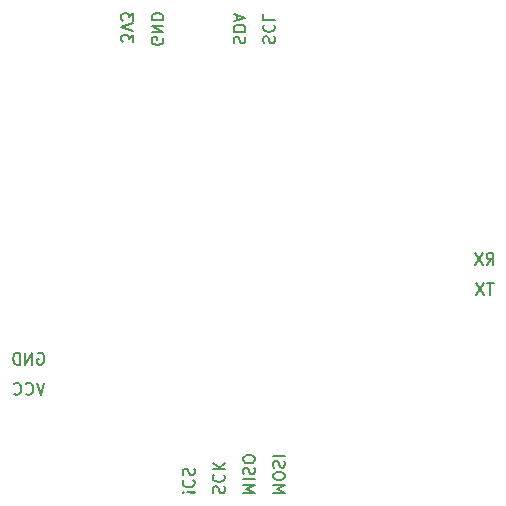
<source format=gbr>
G04 #@! TF.GenerationSoftware,KiCad,Pcbnew,(5.1.5)-3*
G04 #@! TF.CreationDate,2020-03-24T14:58:58+01:00*
G04 #@! TF.ProjectId,STM32F4_Breakout,53544d33-3246-4345-9f42-7265616b6f75,rev?*
G04 #@! TF.SameCoordinates,Original*
G04 #@! TF.FileFunction,Legend,Bot*
G04 #@! TF.FilePolarity,Positive*
%FSLAX46Y46*%
G04 Gerber Fmt 4.6, Leading zero omitted, Abs format (unit mm)*
G04 Created by KiCad (PCBNEW (5.1.5)-3) date 2020-03-24 14:58:58*
%MOMM*%
%LPD*%
G04 APERTURE LIST*
%ADD10C,0.150000*%
G04 APERTURE END LIST*
D10*
X46697619Y-65271428D02*
X47697619Y-65271428D01*
X46983333Y-64938095D01*
X47697619Y-64604761D01*
X46697619Y-64604761D01*
X47697619Y-63938095D02*
X47697619Y-63747619D01*
X47650000Y-63652380D01*
X47554761Y-63557142D01*
X47364285Y-63509523D01*
X47030952Y-63509523D01*
X46840476Y-63557142D01*
X46745238Y-63652380D01*
X46697619Y-63747619D01*
X46697619Y-63938095D01*
X46745238Y-64033333D01*
X46840476Y-64128571D01*
X47030952Y-64176190D01*
X47364285Y-64176190D01*
X47554761Y-64128571D01*
X47650000Y-64033333D01*
X47697619Y-63938095D01*
X46745238Y-63128571D02*
X46697619Y-62985714D01*
X46697619Y-62747619D01*
X46745238Y-62652380D01*
X46792857Y-62604761D01*
X46888095Y-62557142D01*
X46983333Y-62557142D01*
X47078571Y-62604761D01*
X47126190Y-62652380D01*
X47173809Y-62747619D01*
X47221428Y-62938095D01*
X47269047Y-63033333D01*
X47316666Y-63080952D01*
X47411904Y-63128571D01*
X47507142Y-63128571D01*
X47602380Y-63080952D01*
X47650000Y-63033333D01*
X47697619Y-62938095D01*
X47697619Y-62700000D01*
X47650000Y-62557142D01*
X46697619Y-62128571D02*
X47697619Y-62128571D01*
X44147619Y-65271428D02*
X45147619Y-65271428D01*
X44433333Y-64938095D01*
X45147619Y-64604761D01*
X44147619Y-64604761D01*
X44147619Y-64128571D02*
X45147619Y-64128571D01*
X44195238Y-63700000D02*
X44147619Y-63557142D01*
X44147619Y-63319047D01*
X44195238Y-63223809D01*
X44242857Y-63176190D01*
X44338095Y-63128571D01*
X44433333Y-63128571D01*
X44528571Y-63176190D01*
X44576190Y-63223809D01*
X44623809Y-63319047D01*
X44671428Y-63509523D01*
X44719047Y-63604761D01*
X44766666Y-63652380D01*
X44861904Y-63700000D01*
X44957142Y-63700000D01*
X45052380Y-63652380D01*
X45100000Y-63604761D01*
X45147619Y-63509523D01*
X45147619Y-63271428D01*
X45100000Y-63128571D01*
X45147619Y-62509523D02*
X45147619Y-62319047D01*
X45100000Y-62223809D01*
X45004761Y-62128571D01*
X44814285Y-62080952D01*
X44480952Y-62080952D01*
X44290476Y-62128571D01*
X44195238Y-62223809D01*
X44147619Y-62319047D01*
X44147619Y-62509523D01*
X44195238Y-62604761D01*
X44290476Y-62700000D01*
X44480952Y-62747619D01*
X44814285Y-62747619D01*
X45004761Y-62700000D01*
X45100000Y-62604761D01*
X45147619Y-62509523D01*
X41645238Y-65285714D02*
X41597619Y-65142857D01*
X41597619Y-64904761D01*
X41645238Y-64809523D01*
X41692857Y-64761904D01*
X41788095Y-64714285D01*
X41883333Y-64714285D01*
X41978571Y-64761904D01*
X42026190Y-64809523D01*
X42073809Y-64904761D01*
X42121428Y-65095238D01*
X42169047Y-65190476D01*
X42216666Y-65238095D01*
X42311904Y-65285714D01*
X42407142Y-65285714D01*
X42502380Y-65238095D01*
X42550000Y-65190476D01*
X42597619Y-65095238D01*
X42597619Y-64857142D01*
X42550000Y-64714285D01*
X41692857Y-63714285D02*
X41645238Y-63761904D01*
X41597619Y-63904761D01*
X41597619Y-64000000D01*
X41645238Y-64142857D01*
X41740476Y-64238095D01*
X41835714Y-64285714D01*
X42026190Y-64333333D01*
X42169047Y-64333333D01*
X42359523Y-64285714D01*
X42454761Y-64238095D01*
X42550000Y-64142857D01*
X42597619Y-64000000D01*
X42597619Y-63904761D01*
X42550000Y-63761904D01*
X42502380Y-63714285D01*
X41597619Y-63285714D02*
X42597619Y-63285714D01*
X41597619Y-62714285D02*
X42169047Y-63142857D01*
X42597619Y-62714285D02*
X42026190Y-63285714D01*
X39142857Y-65226190D02*
X39095238Y-65178571D01*
X39047619Y-65226190D01*
X39095238Y-65273809D01*
X39142857Y-65226190D01*
X39047619Y-65226190D01*
X39428571Y-65226190D02*
X40000000Y-65273809D01*
X40047619Y-65226190D01*
X40000000Y-65178571D01*
X39428571Y-65226190D01*
X40047619Y-65226190D01*
X39142857Y-64178571D02*
X39095238Y-64226190D01*
X39047619Y-64369047D01*
X39047619Y-64464285D01*
X39095238Y-64607142D01*
X39190476Y-64702380D01*
X39285714Y-64750000D01*
X39476190Y-64797619D01*
X39619047Y-64797619D01*
X39809523Y-64750000D01*
X39904761Y-64702380D01*
X40000000Y-64607142D01*
X40047619Y-64464285D01*
X40047619Y-64369047D01*
X40000000Y-64226190D01*
X39952380Y-64178571D01*
X39095238Y-63797619D02*
X39047619Y-63654761D01*
X39047619Y-63416666D01*
X39095238Y-63321428D01*
X39142857Y-63273809D01*
X39238095Y-63226190D01*
X39333333Y-63226190D01*
X39428571Y-63273809D01*
X39476190Y-63321428D01*
X39523809Y-63416666D01*
X39571428Y-63607142D01*
X39619047Y-63702380D01*
X39666666Y-63750000D01*
X39761904Y-63797619D01*
X39857142Y-63797619D01*
X39952380Y-63750000D01*
X40000000Y-63702380D01*
X40047619Y-63607142D01*
X40047619Y-63369047D01*
X40000000Y-63226190D01*
X65361904Y-47502380D02*
X64790476Y-47502380D01*
X65076190Y-48502380D02*
X65076190Y-47502380D01*
X64552380Y-47502380D02*
X63885714Y-48502380D01*
X63885714Y-47502380D02*
X64552380Y-48502380D01*
X64766666Y-45952380D02*
X65100000Y-45476190D01*
X65338095Y-45952380D02*
X65338095Y-44952380D01*
X64957142Y-44952380D01*
X64861904Y-45000000D01*
X64814285Y-45047619D01*
X64766666Y-45142857D01*
X64766666Y-45285714D01*
X64814285Y-45380952D01*
X64861904Y-45428571D01*
X64957142Y-45476190D01*
X65338095Y-45476190D01*
X64433333Y-44952380D02*
X63766666Y-45952380D01*
X63766666Y-44952380D02*
X64433333Y-45952380D01*
X27333333Y-55952380D02*
X27000000Y-56952380D01*
X26666666Y-55952380D01*
X25761904Y-56857142D02*
X25809523Y-56904761D01*
X25952380Y-56952380D01*
X26047619Y-56952380D01*
X26190476Y-56904761D01*
X26285714Y-56809523D01*
X26333333Y-56714285D01*
X26380952Y-56523809D01*
X26380952Y-56380952D01*
X26333333Y-56190476D01*
X26285714Y-56095238D01*
X26190476Y-56000000D01*
X26047619Y-55952380D01*
X25952380Y-55952380D01*
X25809523Y-56000000D01*
X25761904Y-56047619D01*
X24761904Y-56857142D02*
X24809523Y-56904761D01*
X24952380Y-56952380D01*
X25047619Y-56952380D01*
X25190476Y-56904761D01*
X25285714Y-56809523D01*
X25333333Y-56714285D01*
X25380952Y-56523809D01*
X25380952Y-56380952D01*
X25333333Y-56190476D01*
X25285714Y-56095238D01*
X25190476Y-56000000D01*
X25047619Y-55952380D01*
X24952380Y-55952380D01*
X24809523Y-56000000D01*
X24761904Y-56047619D01*
X26761904Y-53450000D02*
X26857142Y-53402380D01*
X27000000Y-53402380D01*
X27142857Y-53450000D01*
X27238095Y-53545238D01*
X27285714Y-53640476D01*
X27333333Y-53830952D01*
X27333333Y-53973809D01*
X27285714Y-54164285D01*
X27238095Y-54259523D01*
X27142857Y-54354761D01*
X27000000Y-54402380D01*
X26904761Y-54402380D01*
X26761904Y-54354761D01*
X26714285Y-54307142D01*
X26714285Y-53973809D01*
X26904761Y-53973809D01*
X26285714Y-54402380D02*
X26285714Y-53402380D01*
X25714285Y-54402380D01*
X25714285Y-53402380D01*
X25238095Y-54402380D02*
X25238095Y-53402380D01*
X25000000Y-53402380D01*
X24857142Y-53450000D01*
X24761904Y-53545238D01*
X24714285Y-53640476D01*
X24666666Y-53830952D01*
X24666666Y-53973809D01*
X24714285Y-54164285D01*
X24761904Y-54259523D01*
X24857142Y-54354761D01*
X25000000Y-54402380D01*
X25238095Y-54402380D01*
X45895238Y-27190476D02*
X45847619Y-27047619D01*
X45847619Y-26809523D01*
X45895238Y-26714285D01*
X45942857Y-26666666D01*
X46038095Y-26619047D01*
X46133333Y-26619047D01*
X46228571Y-26666666D01*
X46276190Y-26714285D01*
X46323809Y-26809523D01*
X46371428Y-27000000D01*
X46419047Y-27095238D01*
X46466666Y-27142857D01*
X46561904Y-27190476D01*
X46657142Y-27190476D01*
X46752380Y-27142857D01*
X46800000Y-27095238D01*
X46847619Y-27000000D01*
X46847619Y-26761904D01*
X46800000Y-26619047D01*
X45942857Y-25619047D02*
X45895238Y-25666666D01*
X45847619Y-25809523D01*
X45847619Y-25904761D01*
X45895238Y-26047619D01*
X45990476Y-26142857D01*
X46085714Y-26190476D01*
X46276190Y-26238095D01*
X46419047Y-26238095D01*
X46609523Y-26190476D01*
X46704761Y-26142857D01*
X46800000Y-26047619D01*
X46847619Y-25904761D01*
X46847619Y-25809523D01*
X46800000Y-25666666D01*
X46752380Y-25619047D01*
X45847619Y-24714285D02*
X45847619Y-25190476D01*
X46847619Y-25190476D01*
X43395238Y-27214285D02*
X43347619Y-27071428D01*
X43347619Y-26833333D01*
X43395238Y-26738095D01*
X43442857Y-26690476D01*
X43538095Y-26642857D01*
X43633333Y-26642857D01*
X43728571Y-26690476D01*
X43776190Y-26738095D01*
X43823809Y-26833333D01*
X43871428Y-27023809D01*
X43919047Y-27119047D01*
X43966666Y-27166666D01*
X44061904Y-27214285D01*
X44157142Y-27214285D01*
X44252380Y-27166666D01*
X44300000Y-27119047D01*
X44347619Y-27023809D01*
X44347619Y-26785714D01*
X44300000Y-26642857D01*
X43347619Y-26214285D02*
X44347619Y-26214285D01*
X44347619Y-25976190D01*
X44300000Y-25833333D01*
X44204761Y-25738095D01*
X44109523Y-25690476D01*
X43919047Y-25642857D01*
X43776190Y-25642857D01*
X43585714Y-25690476D01*
X43490476Y-25738095D01*
X43395238Y-25833333D01*
X43347619Y-25976190D01*
X43347619Y-26214285D01*
X43633333Y-25261904D02*
X43633333Y-24785714D01*
X43347619Y-25357142D02*
X44347619Y-25023809D01*
X43347619Y-24690476D01*
X37350000Y-26761904D02*
X37397619Y-26857142D01*
X37397619Y-27000000D01*
X37350000Y-27142857D01*
X37254761Y-27238095D01*
X37159523Y-27285714D01*
X36969047Y-27333333D01*
X36826190Y-27333333D01*
X36635714Y-27285714D01*
X36540476Y-27238095D01*
X36445238Y-27142857D01*
X36397619Y-27000000D01*
X36397619Y-26904761D01*
X36445238Y-26761904D01*
X36492857Y-26714285D01*
X36826190Y-26714285D01*
X36826190Y-26904761D01*
X36397619Y-26285714D02*
X37397619Y-26285714D01*
X36397619Y-25714285D01*
X37397619Y-25714285D01*
X36397619Y-25238095D02*
X37397619Y-25238095D01*
X37397619Y-25000000D01*
X37350000Y-24857142D01*
X37254761Y-24761904D01*
X37159523Y-24714285D01*
X36969047Y-24666666D01*
X36826190Y-24666666D01*
X36635714Y-24714285D01*
X36540476Y-24761904D01*
X36445238Y-24857142D01*
X36397619Y-25000000D01*
X36397619Y-25238095D01*
X34847619Y-27088095D02*
X34847619Y-26469047D01*
X34466666Y-26802380D01*
X34466666Y-26659523D01*
X34419047Y-26564285D01*
X34371428Y-26516666D01*
X34276190Y-26469047D01*
X34038095Y-26469047D01*
X33942857Y-26516666D01*
X33895238Y-26564285D01*
X33847619Y-26659523D01*
X33847619Y-26945238D01*
X33895238Y-27040476D01*
X33942857Y-27088095D01*
X34847619Y-26183333D02*
X33847619Y-25850000D01*
X34847619Y-25516666D01*
X34847619Y-25278571D02*
X34847619Y-24659523D01*
X34466666Y-24992857D01*
X34466666Y-24850000D01*
X34419047Y-24754761D01*
X34371428Y-24707142D01*
X34276190Y-24659523D01*
X34038095Y-24659523D01*
X33942857Y-24707142D01*
X33895238Y-24754761D01*
X33847619Y-24850000D01*
X33847619Y-25135714D01*
X33895238Y-25230952D01*
X33942857Y-25278571D01*
M02*

</source>
